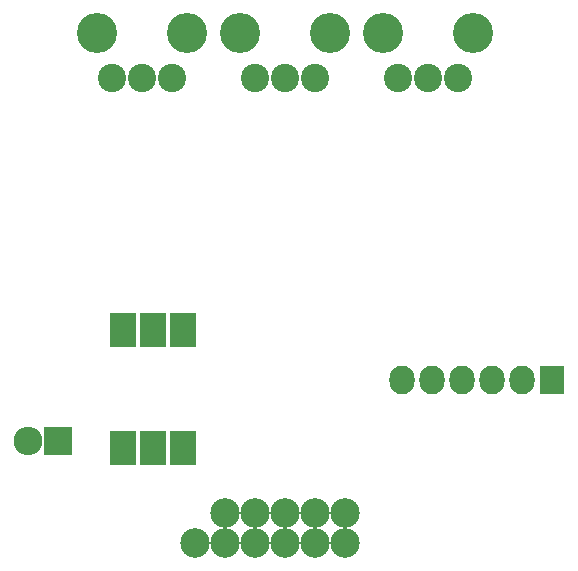
<source format=gbs>
G04 #@! TF.FileFunction,Soldermask,Bot*
%FSLAX46Y46*%
G04 Gerber Fmt 4.6, Leading zero omitted, Abs format (unit mm)*
G04 Created by KiCad (PCBNEW 4.0.0-rc1-stable) date 15.2.2016 17:04:43*
%MOMM*%
G01*
G04 APERTURE LIST*
%ADD10C,0.100000*%
%ADD11C,2.500000*%
%ADD12R,2.432000X2.432000*%
%ADD13O,2.432000X2.432000*%
%ADD14C,3.400000*%
%ADD15C,2.400000*%
%ADD16R,2.127200X2.432000*%
%ADD17O,2.127200X2.432000*%
%ADD18R,2.180000X2.900000*%
G04 APERTURE END LIST*
D10*
D11*
X-5080000Y-22170000D03*
X-5080000Y-19630000D03*
X-2540000Y-22170000D03*
X-2540000Y-19630000D03*
X0Y-22170000D03*
X0Y-19630000D03*
X2540000Y-22170000D03*
X2540000Y-19630000D03*
X5080000Y-22170000D03*
X5080000Y-19630000D03*
X-7620000Y-22170000D03*
D12*
X-19200000Y-13600000D03*
D13*
X-21740000Y-13600000D03*
D14*
X-8290000Y20950000D03*
D15*
X-9560000Y17200000D03*
X-12100000Y17200000D03*
X-14640000Y17200000D03*
D14*
X-15910000Y20950000D03*
X3810000Y20950000D03*
D15*
X2540000Y17200000D03*
X0Y17200000D03*
X-2540000Y17200000D03*
D14*
X-3810000Y20950000D03*
X15910000Y20950000D03*
D15*
X14640000Y17200000D03*
X12100000Y17200000D03*
X9560000Y17200000D03*
D14*
X8290000Y20950000D03*
D16*
X22600000Y-8400000D03*
D17*
X20060000Y-8400000D03*
X17520000Y-8400000D03*
X14980000Y-8400000D03*
X12440000Y-8400000D03*
X9900000Y-8400000D03*
D18*
X-8620000Y-14140000D03*
X-11160000Y-14140000D03*
X-13700000Y-14140000D03*
X-8620000Y-4150000D03*
X-11160000Y-4150000D03*
X-13700000Y-4150000D03*
M02*

</source>
